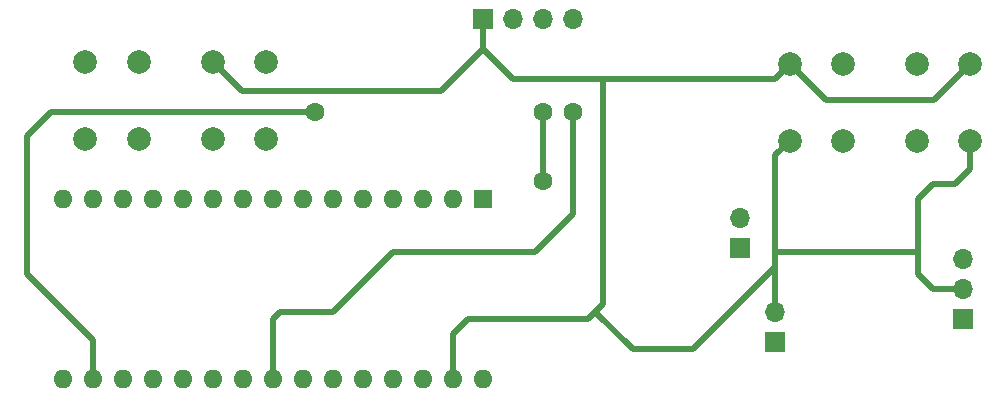
<source format=gbl>
G04 #@! TF.GenerationSoftware,KiCad,Pcbnew,(5.1.9)-1*
G04 #@! TF.CreationDate,2021-04-19T08:09:59-05:00*
G04 #@! TF.ProjectId,mini_game_april2021,6d696e69-5f67-4616-9d65-5f617072696c,rev?*
G04 #@! TF.SameCoordinates,Original*
G04 #@! TF.FileFunction,Copper,L2,Bot*
G04 #@! TF.FilePolarity,Positive*
%FSLAX46Y46*%
G04 Gerber Fmt 4.6, Leading zero omitted, Abs format (unit mm)*
G04 Created by KiCad (PCBNEW (5.1.9)-1) date 2021-04-19 08:09:59*
%MOMM*%
%LPD*%
G01*
G04 APERTURE LIST*
G04 #@! TA.AperFunction,ComponentPad*
%ADD10R,1.600000X1.600000*%
G04 #@! TD*
G04 #@! TA.AperFunction,ComponentPad*
%ADD11O,1.600000X1.600000*%
G04 #@! TD*
G04 #@! TA.AperFunction,ComponentPad*
%ADD12C,2.000000*%
G04 #@! TD*
G04 #@! TA.AperFunction,ComponentPad*
%ADD13O,1.700000X1.700000*%
G04 #@! TD*
G04 #@! TA.AperFunction,ComponentPad*
%ADD14R,1.700000X1.700000*%
G04 #@! TD*
G04 #@! TA.AperFunction,ViaPad*
%ADD15C,1.600200*%
G04 #@! TD*
G04 #@! TA.AperFunction,Conductor*
%ADD16C,0.499872*%
G04 #@! TD*
G04 APERTURE END LIST*
D10*
X142240000Y-116840000D03*
D11*
X109220000Y-132080000D03*
X139700000Y-116840000D03*
X111760000Y-132080000D03*
X137160000Y-116840000D03*
X114300000Y-132080000D03*
X134620000Y-116840000D03*
X116840000Y-132080000D03*
X132080000Y-116840000D03*
X119380000Y-132080000D03*
X129540000Y-116840000D03*
X121920000Y-132080000D03*
X127000000Y-116840000D03*
X124460000Y-132080000D03*
X124460000Y-116840000D03*
X127000000Y-132080000D03*
X121920000Y-116840000D03*
X129540000Y-132080000D03*
X119380000Y-116840000D03*
X132080000Y-132080000D03*
X116840000Y-116840000D03*
X134620000Y-132080000D03*
X114300000Y-116840000D03*
X137160000Y-132080000D03*
X111760000Y-116840000D03*
X139700000Y-132080000D03*
X109220000Y-116840000D03*
X142240000Y-132080000D03*
X106680000Y-116840000D03*
X106680000Y-132080000D03*
D12*
X113085000Y-111760000D03*
X108585000Y-111760000D03*
X113085000Y-105260000D03*
X108585000Y-105260000D03*
D13*
X167005000Y-126365000D03*
D14*
X167005000Y-128905000D03*
X142240000Y-101600000D03*
D13*
X144780000Y-101600000D03*
X147320000Y-101600000D03*
X149860000Y-101600000D03*
D14*
X182880000Y-127000000D03*
D13*
X182880000Y-124460000D03*
X182880000Y-121920000D03*
D12*
X123880000Y-111760000D03*
X119380000Y-111760000D03*
X123880000Y-105260000D03*
X119380000Y-105260000D03*
X172720000Y-111910000D03*
X168220000Y-111910000D03*
X172720000Y-105410000D03*
X168220000Y-105410000D03*
X179015000Y-105410000D03*
X183515000Y-105410000D03*
X179015000Y-111910000D03*
X183515000Y-111910000D03*
D14*
X163982400Y-121005600D03*
D13*
X163982400Y-118465600D03*
D15*
X128016000Y-109474000D03*
X149860000Y-109474000D03*
X147320000Y-109474000D03*
X147320000Y-115316000D03*
D16*
X103632000Y-123190000D02*
X109220000Y-128778000D01*
X105664000Y-109474000D02*
X103632000Y-111506000D01*
X103632000Y-111506000D02*
X103632000Y-123190000D01*
X128016000Y-109474000D02*
X105664000Y-109474000D01*
X109220000Y-132080000D02*
X109220000Y-128778000D01*
X124460000Y-127000000D02*
X124460000Y-132080000D01*
X125095000Y-126365000D02*
X124460000Y-127000000D01*
X129540000Y-126365000D02*
X125095000Y-126365000D01*
X134620000Y-121285000D02*
X129540000Y-126365000D01*
X149860000Y-118110000D02*
X146685000Y-121285000D01*
X146685000Y-121285000D02*
X134620000Y-121285000D01*
X149860000Y-109474000D02*
X149860000Y-118110000D01*
X147320000Y-109474000D02*
X147320000Y-115316000D01*
X166950000Y-106680000D02*
X168220000Y-105410000D01*
X152400000Y-106680000D02*
X166950000Y-106680000D01*
X139700000Y-128270000D02*
X139700000Y-132080000D01*
X140970000Y-127000000D02*
X139700000Y-128270000D01*
X152400000Y-106680000D02*
X152400000Y-125730000D01*
X167005000Y-113125000D02*
X168220000Y-111910000D01*
X180340000Y-124460000D02*
X179070000Y-123190000D01*
X182880000Y-124460000D02*
X180340000Y-124460000D01*
X167005000Y-126365000D02*
X167005000Y-122555000D01*
X179070000Y-123190000D02*
X179070000Y-121920000D01*
X151130000Y-127000000D02*
X148590000Y-127000000D01*
X148590000Y-127000000D02*
X140970000Y-127000000D01*
X160020000Y-129540000D02*
X167005000Y-122555000D01*
X182245000Y-115570000D02*
X183515000Y-114300000D01*
X183515000Y-114300000D02*
X183515000Y-111910000D01*
X180340000Y-115570000D02*
X182245000Y-115570000D01*
X179070000Y-116840000D02*
X180340000Y-115570000D01*
X167005000Y-121285000D02*
X179070000Y-121285000D01*
X179070000Y-121285000D02*
X179070000Y-116840000D01*
X179070000Y-121920000D02*
X179070000Y-121285000D01*
X167005000Y-122555000D02*
X167005000Y-121285000D01*
X167005000Y-121285000D02*
X167005000Y-113125000D01*
X151765000Y-126365000D02*
X154940000Y-129540000D01*
X154940000Y-129540000D02*
X160020000Y-129540000D01*
X152400000Y-125730000D02*
X151765000Y-126365000D01*
X151765000Y-126365000D02*
X151130000Y-127000000D01*
X142240000Y-104140000D02*
X144780000Y-106680000D01*
X144780000Y-106680000D02*
X152400000Y-106680000D01*
X142240000Y-101600000D02*
X142240000Y-104140000D01*
X119380000Y-105260000D02*
X121816000Y-107696000D01*
X138684000Y-107696000D02*
X142240000Y-104140000D01*
X121816000Y-107696000D02*
X138684000Y-107696000D01*
X168220000Y-105410000D02*
X171268000Y-108458000D01*
X180467000Y-108458000D02*
X183515000Y-105410000D01*
X171268000Y-108458000D02*
X180467000Y-108458000D01*
M02*

</source>
